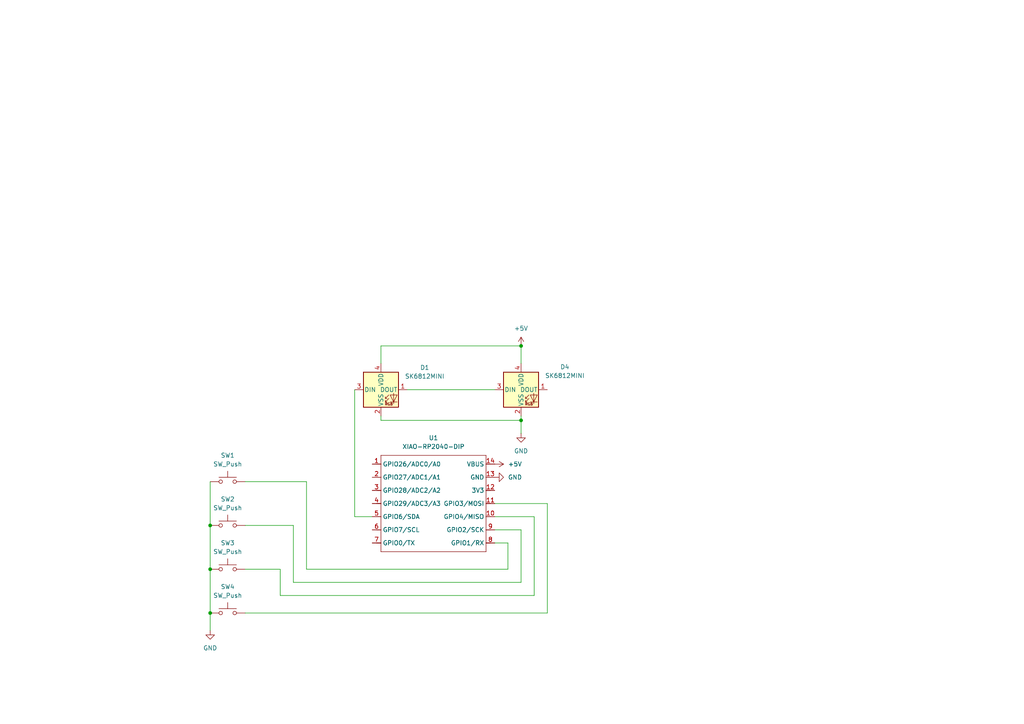
<source format=kicad_sch>
(kicad_sch
	(version 20250114)
	(generator "eeschema")
	(generator_version "9.0")
	(uuid "55c546c4-b49c-49e6-a82b-83b5f5b6be00")
	(paper "A4")
	(lib_symbols
		(symbol "LED:SK6812MINI"
			(pin_names
				(offset 0.254)
			)
			(exclude_from_sim no)
			(in_bom yes)
			(on_board yes)
			(property "Reference" "D"
				(at 5.08 5.715 0)
				(effects
					(font
						(size 1.27 1.27)
					)
					(justify right bottom)
				)
			)
			(property "Value" "SK6812MINI"
				(at 1.27 -5.715 0)
				(effects
					(font
						(size 1.27 1.27)
					)
					(justify left top)
				)
			)
			(property "Footprint" "LED_SMD:LED_SK6812MINI_PLCC4_3.5x3.5mm_P1.75mm"
				(at 1.27 -7.62 0)
				(effects
					(font
						(size 1.27 1.27)
					)
					(justify left top)
					(hide yes)
				)
			)
			(property "Datasheet" "https://cdn-shop.adafruit.com/product-files/2686/SK6812MINI_REV.01-1-2.pdf"
				(at 2.54 -9.525 0)
				(effects
					(font
						(size 1.27 1.27)
					)
					(justify left top)
					(hide yes)
				)
			)
			(property "Description" "RGB LED with integrated controller"
				(at 0 0 0)
				(effects
					(font
						(size 1.27 1.27)
					)
					(hide yes)
				)
			)
			(property "ki_keywords" "RGB LED NeoPixel Mini addressable"
				(at 0 0 0)
				(effects
					(font
						(size 1.27 1.27)
					)
					(hide yes)
				)
			)
			(property "ki_fp_filters" "LED*SK6812MINI*PLCC*3.5x3.5mm*P1.75mm*"
				(at 0 0 0)
				(effects
					(font
						(size 1.27 1.27)
					)
					(hide yes)
				)
			)
			(symbol "SK6812MINI_0_0"
				(text "RGB"
					(at 2.286 -4.191 0)
					(effects
						(font
							(size 0.762 0.762)
						)
					)
				)
			)
			(symbol "SK6812MINI_0_1"
				(polyline
					(pts
						(xy 1.27 -2.54) (xy 1.778 -2.54)
					)
					(stroke
						(width 0)
						(type default)
					)
					(fill
						(type none)
					)
				)
				(polyline
					(pts
						(xy 1.27 -3.556) (xy 1.778 -3.556)
					)
					(stroke
						(width 0)
						(type default)
					)
					(fill
						(type none)
					)
				)
				(polyline
					(pts
						(xy 2.286 -1.524) (xy 1.27 -2.54) (xy 1.27 -2.032)
					)
					(stroke
						(width 0)
						(type default)
					)
					(fill
						(type none)
					)
				)
				(polyline
					(pts
						(xy 2.286 -2.54) (xy 1.27 -3.556) (xy 1.27 -3.048)
					)
					(stroke
						(width 0)
						(type default)
					)
					(fill
						(type none)
					)
				)
				(polyline
					(pts
						(xy 3.683 -1.016) (xy 3.683 -3.556) (xy 3.683 -4.064)
					)
					(stroke
						(width 0)
						(type default)
					)
					(fill
						(type none)
					)
				)
				(polyline
					(pts
						(xy 4.699 -1.524) (xy 2.667 -1.524) (xy 3.683 -3.556) (xy 4.699 -1.524)
					)
					(stroke
						(width 0)
						(type default)
					)
					(fill
						(type none)
					)
				)
				(polyline
					(pts
						(xy 4.699 -3.556) (xy 2.667 -3.556)
					)
					(stroke
						(width 0)
						(type default)
					)
					(fill
						(type none)
					)
				)
				(rectangle
					(start 5.08 5.08)
					(end -5.08 -5.08)
					(stroke
						(width 0.254)
						(type default)
					)
					(fill
						(type background)
					)
				)
			)
			(symbol "SK6812MINI_1_1"
				(pin input line
					(at -7.62 0 0)
					(length 2.54)
					(name "DIN"
						(effects
							(font
								(size 1.27 1.27)
							)
						)
					)
					(number "3"
						(effects
							(font
								(size 1.27 1.27)
							)
						)
					)
				)
				(pin power_in line
					(at 0 7.62 270)
					(length 2.54)
					(name "VDD"
						(effects
							(font
								(size 1.27 1.27)
							)
						)
					)
					(number "4"
						(effects
							(font
								(size 1.27 1.27)
							)
						)
					)
				)
				(pin power_in line
					(at 0 -7.62 90)
					(length 2.54)
					(name "VSS"
						(effects
							(font
								(size 1.27 1.27)
							)
						)
					)
					(number "2"
						(effects
							(font
								(size 1.27 1.27)
							)
						)
					)
				)
				(pin output line
					(at 7.62 0 180)
					(length 2.54)
					(name "DOUT"
						(effects
							(font
								(size 1.27 1.27)
							)
						)
					)
					(number "1"
						(effects
							(font
								(size 1.27 1.27)
							)
						)
					)
				)
			)
			(embedded_fonts no)
		)
		(symbol "OPL Library Symbols:XIAO-RP2040-DIP"
			(exclude_from_sim no)
			(in_bom yes)
			(on_board yes)
			(property "Reference" "U"
				(at 0 0 0)
				(effects
					(font
						(size 1.27 1.27)
					)
				)
			)
			(property "Value" "XIAO-RP2040-DIP"
				(at 5.334 -1.778 0)
				(effects
					(font
						(size 1.27 1.27)
					)
				)
			)
			(property "Footprint" "Module:MOUDLE14P-XIAO-DIP-SMD"
				(at 14.478 -32.258 0)
				(effects
					(font
						(size 1.27 1.27)
					)
					(hide yes)
				)
			)
			(property "Datasheet" ""
				(at 0 0 0)
				(effects
					(font
						(size 1.27 1.27)
					)
					(hide yes)
				)
			)
			(property "Description" ""
				(at 0 0 0)
				(effects
					(font
						(size 1.27 1.27)
					)
					(hide yes)
				)
			)
			(symbol "XIAO-RP2040-DIP_1_0"
				(polyline
					(pts
						(xy -1.27 -2.54) (xy 29.21 -2.54)
					)
					(stroke
						(width 0.1524)
						(type solid)
					)
					(fill
						(type none)
					)
				)
				(polyline
					(pts
						(xy -1.27 -5.08) (xy -2.54 -5.08)
					)
					(stroke
						(width 0.1524)
						(type solid)
					)
					(fill
						(type none)
					)
				)
				(polyline
					(pts
						(xy -1.27 -5.08) (xy -1.27 -2.54)
					)
					(stroke
						(width 0.1524)
						(type solid)
					)
					(fill
						(type none)
					)
				)
				(polyline
					(pts
						(xy -1.27 -8.89) (xy -2.54 -8.89)
					)
					(stroke
						(width 0.1524)
						(type solid)
					)
					(fill
						(type none)
					)
				)
				(polyline
					(pts
						(xy -1.27 -8.89) (xy -1.27 -5.08)
					)
					(stroke
						(width 0.1524)
						(type solid)
					)
					(fill
						(type none)
					)
				)
				(polyline
					(pts
						(xy -1.27 -12.7) (xy -2.54 -12.7)
					)
					(stroke
						(width 0.1524)
						(type solid)
					)
					(fill
						(type none)
					)
				)
				(polyline
					(pts
						(xy -1.27 -12.7) (xy -1.27 -8.89)
					)
					(stroke
						(width 0.1524)
						(type solid)
					)
					(fill
						(type none)
					)
				)
				(polyline
					(pts
						(xy -1.27 -16.51) (xy -2.54 -16.51)
					)
					(stroke
						(width 0.1524)
						(type solid)
					)
					(fill
						(type none)
					)
				)
				(polyline
					(pts
						(xy -1.27 -16.51) (xy -1.27 -12.7)
					)
					(stroke
						(width 0.1524)
						(type solid)
					)
					(fill
						(type none)
					)
				)
				(polyline
					(pts
						(xy -1.27 -20.32) (xy -2.54 -20.32)
					)
					(stroke
						(width 0.1524)
						(type solid)
					)
					(fill
						(type none)
					)
				)
				(polyline
					(pts
						(xy -1.27 -24.13) (xy -2.54 -24.13)
					)
					(stroke
						(width 0.1524)
						(type solid)
					)
					(fill
						(type none)
					)
				)
				(polyline
					(pts
						(xy -1.27 -27.94) (xy -2.54 -27.94)
					)
					(stroke
						(width 0.1524)
						(type solid)
					)
					(fill
						(type none)
					)
				)
				(polyline
					(pts
						(xy -1.27 -30.48) (xy -1.27 -16.51)
					)
					(stroke
						(width 0.1524)
						(type solid)
					)
					(fill
						(type none)
					)
				)
				(polyline
					(pts
						(xy 29.21 -2.54) (xy 29.21 -5.08)
					)
					(stroke
						(width 0.1524)
						(type solid)
					)
					(fill
						(type none)
					)
				)
				(polyline
					(pts
						(xy 29.21 -5.08) (xy 29.21 -8.89)
					)
					(stroke
						(width 0.1524)
						(type solid)
					)
					(fill
						(type none)
					)
				)
				(polyline
					(pts
						(xy 29.21 -8.89) (xy 29.21 -12.7)
					)
					(stroke
						(width 0.1524)
						(type solid)
					)
					(fill
						(type none)
					)
				)
				(polyline
					(pts
						(xy 29.21 -12.7) (xy 29.21 -30.48)
					)
					(stroke
						(width 0.1524)
						(type solid)
					)
					(fill
						(type none)
					)
				)
				(polyline
					(pts
						(xy 29.21 -30.48) (xy -1.27 -30.48)
					)
					(stroke
						(width 0.1524)
						(type solid)
					)
					(fill
						(type none)
					)
				)
				(polyline
					(pts
						(xy 30.48 -5.08) (xy 29.21 -5.08)
					)
					(stroke
						(width 0.1524)
						(type solid)
					)
					(fill
						(type none)
					)
				)
				(polyline
					(pts
						(xy 30.48 -8.89) (xy 29.21 -8.89)
					)
					(stroke
						(width 0.1524)
						(type solid)
					)
					(fill
						(type none)
					)
				)
				(polyline
					(pts
						(xy 30.48 -12.7) (xy 29.21 -12.7)
					)
					(stroke
						(width 0.1524)
						(type solid)
					)
					(fill
						(type none)
					)
				)
				(polyline
					(pts
						(xy 30.48 -16.51) (xy 29.21 -16.51)
					)
					(stroke
						(width 0.1524)
						(type solid)
					)
					(fill
						(type none)
					)
				)
				(polyline
					(pts
						(xy 30.48 -20.32) (xy 29.21 -20.32)
					)
					(stroke
						(width 0.1524)
						(type solid)
					)
					(fill
						(type none)
					)
				)
				(polyline
					(pts
						(xy 30.48 -24.13) (xy 29.21 -24.13)
					)
					(stroke
						(width 0.1524)
						(type solid)
					)
					(fill
						(type none)
					)
				)
				(polyline
					(pts
						(xy 30.48 -27.94) (xy 29.21 -27.94)
					)
					(stroke
						(width 0.1524)
						(type solid)
					)
					(fill
						(type none)
					)
				)
				(pin passive line
					(at -3.81 -5.08 0)
					(length 2.54)
					(name "GPIO26/ADC0/A0"
						(effects
							(font
								(size 1.27 1.27)
							)
						)
					)
					(number "1"
						(effects
							(font
								(size 1.27 1.27)
							)
						)
					)
				)
				(pin passive line
					(at -3.81 -8.89 0)
					(length 2.54)
					(name "GPIO27/ADC1/A1"
						(effects
							(font
								(size 1.27 1.27)
							)
						)
					)
					(number "2"
						(effects
							(font
								(size 1.27 1.27)
							)
						)
					)
				)
				(pin passive line
					(at -3.81 -12.7 0)
					(length 2.54)
					(name "GPIO28/ADC2/A2"
						(effects
							(font
								(size 1.27 1.27)
							)
						)
					)
					(number "3"
						(effects
							(font
								(size 1.27 1.27)
							)
						)
					)
				)
				(pin passive line
					(at -3.81 -16.51 0)
					(length 2.54)
					(name "GPIO29/ADC3/A3"
						(effects
							(font
								(size 1.27 1.27)
							)
						)
					)
					(number "4"
						(effects
							(font
								(size 1.27 1.27)
							)
						)
					)
				)
				(pin passive line
					(at -3.81 -20.32 0)
					(length 2.54)
					(name "GPIO6/SDA"
						(effects
							(font
								(size 1.27 1.27)
							)
						)
					)
					(number "5"
						(effects
							(font
								(size 1.27 1.27)
							)
						)
					)
				)
				(pin passive line
					(at -3.81 -24.13 0)
					(length 2.54)
					(name "GPIO7/SCL"
						(effects
							(font
								(size 1.27 1.27)
							)
						)
					)
					(number "6"
						(effects
							(font
								(size 1.27 1.27)
							)
						)
					)
				)
				(pin passive line
					(at -3.81 -27.94 0)
					(length 2.54)
					(name "GPIO0/TX"
						(effects
							(font
								(size 1.27 1.27)
							)
						)
					)
					(number "7"
						(effects
							(font
								(size 1.27 1.27)
							)
						)
					)
				)
				(pin passive line
					(at 31.75 -5.08 180)
					(length 2.54)
					(name "VBUS"
						(effects
							(font
								(size 1.27 1.27)
							)
						)
					)
					(number "14"
						(effects
							(font
								(size 1.27 1.27)
							)
						)
					)
				)
				(pin passive line
					(at 31.75 -8.89 180)
					(length 2.54)
					(name "GND"
						(effects
							(font
								(size 1.27 1.27)
							)
						)
					)
					(number "13"
						(effects
							(font
								(size 1.27 1.27)
							)
						)
					)
				)
				(pin passive line
					(at 31.75 -12.7 180)
					(length 2.54)
					(name "3V3"
						(effects
							(font
								(size 1.27 1.27)
							)
						)
					)
					(number "12"
						(effects
							(font
								(size 1.27 1.27)
							)
						)
					)
				)
				(pin passive line
					(at 31.75 -16.51 180)
					(length 2.54)
					(name "GPIO3/MOSI"
						(effects
							(font
								(size 1.27 1.27)
							)
						)
					)
					(number "11"
						(effects
							(font
								(size 1.27 1.27)
							)
						)
					)
				)
				(pin passive line
					(at 31.75 -20.32 180)
					(length 2.54)
					(name "GPIO4/MISO"
						(effects
							(font
								(size 1.27 1.27)
							)
						)
					)
					(number "10"
						(effects
							(font
								(size 1.27 1.27)
							)
						)
					)
				)
				(pin passive line
					(at 31.75 -24.13 180)
					(length 2.54)
					(name "GPIO2/SCK"
						(effects
							(font
								(size 1.27 1.27)
							)
						)
					)
					(number "9"
						(effects
							(font
								(size 1.27 1.27)
							)
						)
					)
				)
				(pin passive line
					(at 31.75 -27.94 180)
					(length 2.54)
					(name "GPIO1/RX"
						(effects
							(font
								(size 1.27 1.27)
							)
						)
					)
					(number "8"
						(effects
							(font
								(size 1.27 1.27)
							)
						)
					)
				)
			)
			(embedded_fonts no)
		)
		(symbol "Switch:SW_Push"
			(pin_numbers
				(hide yes)
			)
			(pin_names
				(offset 1.016)
				(hide yes)
			)
			(exclude_from_sim no)
			(in_bom yes)
			(on_board yes)
			(property "Reference" "SW"
				(at 1.27 2.54 0)
				(effects
					(font
						(size 1.27 1.27)
					)
					(justify left)
				)
			)
			(property "Value" "SW_Push"
				(at 0 -1.524 0)
				(effects
					(font
						(size 1.27 1.27)
					)
				)
			)
			(property "Footprint" ""
				(at 0 5.08 0)
				(effects
					(font
						(size 1.27 1.27)
					)
					(hide yes)
				)
			)
			(property "Datasheet" "~"
				(at 0 5.08 0)
				(effects
					(font
						(size 1.27 1.27)
					)
					(hide yes)
				)
			)
			(property "Description" "Push button switch, generic, two pins"
				(at 0 0 0)
				(effects
					(font
						(size 1.27 1.27)
					)
					(hide yes)
				)
			)
			(property "ki_keywords" "switch normally-open pushbutton push-button"
				(at 0 0 0)
				(effects
					(font
						(size 1.27 1.27)
					)
					(hide yes)
				)
			)
			(symbol "SW_Push_0_1"
				(circle
					(center -2.032 0)
					(radius 0.508)
					(stroke
						(width 0)
						(type default)
					)
					(fill
						(type none)
					)
				)
				(polyline
					(pts
						(xy 0 1.27) (xy 0 3.048)
					)
					(stroke
						(width 0)
						(type default)
					)
					(fill
						(type none)
					)
				)
				(circle
					(center 2.032 0)
					(radius 0.508)
					(stroke
						(width 0)
						(type default)
					)
					(fill
						(type none)
					)
				)
				(polyline
					(pts
						(xy 2.54 1.27) (xy -2.54 1.27)
					)
					(stroke
						(width 0)
						(type default)
					)
					(fill
						(type none)
					)
				)
				(pin passive line
					(at -5.08 0 0)
					(length 2.54)
					(name "1"
						(effects
							(font
								(size 1.27 1.27)
							)
						)
					)
					(number "1"
						(effects
							(font
								(size 1.27 1.27)
							)
						)
					)
				)
				(pin passive line
					(at 5.08 0 180)
					(length 2.54)
					(name "2"
						(effects
							(font
								(size 1.27 1.27)
							)
						)
					)
					(number "2"
						(effects
							(font
								(size 1.27 1.27)
							)
						)
					)
				)
			)
			(embedded_fonts no)
		)
		(symbol "power:+5V"
			(power)
			(pin_numbers
				(hide yes)
			)
			(pin_names
				(offset 0)
				(hide yes)
			)
			(exclude_from_sim no)
			(in_bom yes)
			(on_board yes)
			(property "Reference" "#PWR"
				(at 0 -3.81 0)
				(effects
					(font
						(size 1.27 1.27)
					)
					(hide yes)
				)
			)
			(property "Value" "+5V"
				(at 0 3.556 0)
				(effects
					(font
						(size 1.27 1.27)
					)
				)
			)
			(property "Footprint" ""
				(at 0 0 0)
				(effects
					(font
						(size 1.27 1.27)
					)
					(hide yes)
				)
			)
			(property "Datasheet" ""
				(at 0 0 0)
				(effects
					(font
						(size 1.27 1.27)
					)
					(hide yes)
				)
			)
			(property "Description" "Power symbol creates a global label with name \"+5V\""
				(at 0 0 0)
				(effects
					(font
						(size 1.27 1.27)
					)
					(hide yes)
				)
			)
			(property "ki_keywords" "global power"
				(at 0 0 0)
				(effects
					(font
						(size 1.27 1.27)
					)
					(hide yes)
				)
			)
			(symbol "+5V_0_1"
				(polyline
					(pts
						(xy -0.762 1.27) (xy 0 2.54)
					)
					(stroke
						(width 0)
						(type default)
					)
					(fill
						(type none)
					)
				)
				(polyline
					(pts
						(xy 0 2.54) (xy 0.762 1.27)
					)
					(stroke
						(width 0)
						(type default)
					)
					(fill
						(type none)
					)
				)
				(polyline
					(pts
						(xy 0 0) (xy 0 2.54)
					)
					(stroke
						(width 0)
						(type default)
					)
					(fill
						(type none)
					)
				)
			)
			(symbol "+5V_1_1"
				(pin power_in line
					(at 0 0 90)
					(length 0)
					(name "~"
						(effects
							(font
								(size 1.27 1.27)
							)
						)
					)
					(number "1"
						(effects
							(font
								(size 1.27 1.27)
							)
						)
					)
				)
			)
			(embedded_fonts no)
		)
		(symbol "power:GND"
			(power)
			(pin_numbers
				(hide yes)
			)
			(pin_names
				(offset 0)
				(hide yes)
			)
			(exclude_from_sim no)
			(in_bom yes)
			(on_board yes)
			(property "Reference" "#PWR"
				(at 0 -6.35 0)
				(effects
					(font
						(size 1.27 1.27)
					)
					(hide yes)
				)
			)
			(property "Value" "GND"
				(at 0 -3.81 0)
				(effects
					(font
						(size 1.27 1.27)
					)
				)
			)
			(property "Footprint" ""
				(at 0 0 0)
				(effects
					(font
						(size 1.27 1.27)
					)
					(hide yes)
				)
			)
			(property "Datasheet" ""
				(at 0 0 0)
				(effects
					(font
						(size 1.27 1.27)
					)
					(hide yes)
				)
			)
			(property "Description" "Power symbol creates a global label with name \"GND\" , ground"
				(at 0 0 0)
				(effects
					(font
						(size 1.27 1.27)
					)
					(hide yes)
				)
			)
			(property "ki_keywords" "global power"
				(at 0 0 0)
				(effects
					(font
						(size 1.27 1.27)
					)
					(hide yes)
				)
			)
			(symbol "GND_0_1"
				(polyline
					(pts
						(xy 0 0) (xy 0 -1.27) (xy 1.27 -1.27) (xy 0 -2.54) (xy -1.27 -1.27) (xy 0 -1.27)
					)
					(stroke
						(width 0)
						(type default)
					)
					(fill
						(type none)
					)
				)
			)
			(symbol "GND_1_1"
				(pin power_in line
					(at 0 0 270)
					(length 0)
					(name "~"
						(effects
							(font
								(size 1.27 1.27)
							)
						)
					)
					(number "1"
						(effects
							(font
								(size 1.27 1.27)
							)
						)
					)
				)
			)
			(embedded_fonts no)
		)
	)
	(junction
		(at 60.96 177.8)
		(diameter 0)
		(color 0 0 0 0)
		(uuid "028a4833-5dcb-44e2-ba11-227e539c08f3")
	)
	(junction
		(at 60.96 152.4)
		(diameter 0)
		(color 0 0 0 0)
		(uuid "24e8fd3e-04a2-41d8-95a8-b595413edfca")
	)
	(junction
		(at 151.13 100.33)
		(diameter 0)
		(color 0 0 0 0)
		(uuid "84daba2f-10b1-41bc-8009-d550cb255173")
	)
	(junction
		(at 151.13 121.92)
		(diameter 0)
		(color 0 0 0 0)
		(uuid "9154a586-b297-4294-b81d-47a5de28d9b1")
	)
	(junction
		(at 60.96 165.1)
		(diameter 0)
		(color 0 0 0 0)
		(uuid "bdcd47b6-1633-4ec5-9595-3646a51459f0")
	)
	(wire
		(pts
			(xy 71.12 139.7) (xy 88.9 139.7)
		)
		(stroke
			(width 0)
			(type default)
		)
		(uuid "00248636-0bab-4596-9b44-9ea3fd99b2dd")
	)
	(wire
		(pts
			(xy 110.49 120.65) (xy 110.49 121.92)
		)
		(stroke
			(width 0)
			(type default)
		)
		(uuid "03832134-df6f-4393-927f-16a8e88eaa10")
	)
	(wire
		(pts
			(xy 151.13 168.91) (xy 151.13 153.67)
		)
		(stroke
			(width 0)
			(type default)
		)
		(uuid "089fb9e4-5ea9-4958-81ea-d31dec4f8f6c")
	)
	(wire
		(pts
			(xy 81.28 165.1) (xy 81.28 172.72)
		)
		(stroke
			(width 0)
			(type default)
		)
		(uuid "1fe25313-033f-4fa6-9bc4-893897576200")
	)
	(wire
		(pts
			(xy 60.96 152.4) (xy 60.96 165.1)
		)
		(stroke
			(width 0)
			(type default)
		)
		(uuid "22764e6e-045d-428e-b82d-6ec45b40ba7c")
	)
	(wire
		(pts
			(xy 88.9 165.1) (xy 147.32 165.1)
		)
		(stroke
			(width 0)
			(type default)
		)
		(uuid "2847a552-8bc2-42d0-b273-d1226024f110")
	)
	(wire
		(pts
			(xy 60.96 177.8) (xy 60.96 182.88)
		)
		(stroke
			(width 0)
			(type default)
		)
		(uuid "2b12ef18-3089-4dd6-9c57-04e4f80481b2")
	)
	(wire
		(pts
			(xy 71.12 165.1) (xy 81.28 165.1)
		)
		(stroke
			(width 0)
			(type default)
		)
		(uuid "2b5c7730-6cfc-45ba-94a7-078eb0e9877f")
	)
	(wire
		(pts
			(xy 154.94 172.72) (xy 154.94 149.86)
		)
		(stroke
			(width 0)
			(type default)
		)
		(uuid "338a200f-d78e-4c98-bc7d-9f849505bdcd")
	)
	(wire
		(pts
			(xy 71.12 177.8) (xy 158.75 177.8)
		)
		(stroke
			(width 0)
			(type default)
		)
		(uuid "34d1c56a-3e30-4772-a723-2d5aad1b0d93")
	)
	(wire
		(pts
			(xy 88.9 139.7) (xy 88.9 165.1)
		)
		(stroke
			(width 0)
			(type default)
		)
		(uuid "37e4c3b7-cf44-4554-a252-0acd34a1375e")
	)
	(wire
		(pts
			(xy 143.51 157.48) (xy 147.32 157.48)
		)
		(stroke
			(width 0)
			(type default)
		)
		(uuid "4173c071-0604-433d-8457-0396a39ec7e9")
	)
	(wire
		(pts
			(xy 158.75 177.8) (xy 158.75 146.05)
		)
		(stroke
			(width 0)
			(type default)
		)
		(uuid "47bea15f-723d-4ec0-b93d-2808a498a297")
	)
	(wire
		(pts
			(xy 110.49 121.92) (xy 151.13 121.92)
		)
		(stroke
			(width 0)
			(type default)
		)
		(uuid "5fdf5b78-08a3-4718-92c5-aa957e139bd4")
	)
	(wire
		(pts
			(xy 110.49 100.33) (xy 151.13 100.33)
		)
		(stroke
			(width 0)
			(type default)
		)
		(uuid "60d52a21-3040-4f47-af7e-5fd8e25830b4")
	)
	(wire
		(pts
			(xy 151.13 121.92) (xy 151.13 125.73)
		)
		(stroke
			(width 0)
			(type default)
		)
		(uuid "63c8e815-a2a8-44d2-be7f-99475dac27b8")
	)
	(wire
		(pts
			(xy 71.12 152.4) (xy 85.09 152.4)
		)
		(stroke
			(width 0)
			(type default)
		)
		(uuid "665272b4-065a-447b-afb5-2d561a80aedf")
	)
	(wire
		(pts
			(xy 110.49 105.41) (xy 110.49 100.33)
		)
		(stroke
			(width 0)
			(type default)
		)
		(uuid "7235d7dd-61c4-4b7c-891f-d8667092b8f1")
	)
	(wire
		(pts
			(xy 81.28 172.72) (xy 154.94 172.72)
		)
		(stroke
			(width 0)
			(type default)
		)
		(uuid "7a26298c-d893-4c6a-b1cb-683738e163f9")
	)
	(wire
		(pts
			(xy 102.87 113.03) (xy 102.87 149.86)
		)
		(stroke
			(width 0)
			(type default)
		)
		(uuid "7c602228-e1c4-40e4-a540-39a4024699b9")
	)
	(wire
		(pts
			(xy 60.96 139.7) (xy 60.96 152.4)
		)
		(stroke
			(width 0)
			(type default)
		)
		(uuid "80bde0fe-2b29-4fc7-af42-940faadc3379")
	)
	(wire
		(pts
			(xy 143.51 153.67) (xy 151.13 153.67)
		)
		(stroke
			(width 0)
			(type default)
		)
		(uuid "8c74fd18-335a-4910-9725-a0f63e9238be")
	)
	(wire
		(pts
			(xy 60.96 165.1) (xy 60.96 177.8)
		)
		(stroke
			(width 0)
			(type default)
		)
		(uuid "92368a74-3a65-49ba-a3d6-7a2a584a3b90")
	)
	(wire
		(pts
			(xy 143.51 149.86) (xy 154.94 149.86)
		)
		(stroke
			(width 0)
			(type default)
		)
		(uuid "92e74aab-5037-4a6f-b438-ebf418feb418")
	)
	(wire
		(pts
			(xy 102.87 149.86) (xy 107.95 149.86)
		)
		(stroke
			(width 0)
			(type default)
		)
		(uuid "9c580f0f-ec9e-40b0-a01d-a89b4e34967c")
	)
	(wire
		(pts
			(xy 151.13 120.65) (xy 151.13 121.92)
		)
		(stroke
			(width 0)
			(type default)
		)
		(uuid "a34de815-dafd-4935-b9ca-211a1cd14e0a")
	)
	(wire
		(pts
			(xy 118.11 113.03) (xy 143.51 113.03)
		)
		(stroke
			(width 0)
			(type default)
		)
		(uuid "b523f921-fab2-4420-8297-003d798643bc")
	)
	(wire
		(pts
			(xy 85.09 152.4) (xy 85.09 168.91)
		)
		(stroke
			(width 0)
			(type default)
		)
		(uuid "be247740-883d-4a61-b8b2-3ad04023c44b")
	)
	(wire
		(pts
			(xy 143.51 146.05) (xy 158.75 146.05)
		)
		(stroke
			(width 0)
			(type default)
		)
		(uuid "ce661e9e-ddcf-46ed-bb40-06b71d5d2c62")
	)
	(wire
		(pts
			(xy 147.32 165.1) (xy 147.32 157.48)
		)
		(stroke
			(width 0)
			(type default)
		)
		(uuid "dd4329c2-c14d-4e0a-b060-9dba59ef66da")
	)
	(wire
		(pts
			(xy 85.09 168.91) (xy 151.13 168.91)
		)
		(stroke
			(width 0)
			(type default)
		)
		(uuid "f24e9708-5990-4dd8-8019-b8de18801004")
	)
	(wire
		(pts
			(xy 151.13 100.33) (xy 151.13 105.41)
		)
		(stroke
			(width 0)
			(type default)
		)
		(uuid "f7fc6946-a4a6-4cff-9e40-7837ae57a0a1")
	)
	(symbol
		(lib_id "power:GND")
		(at 60.96 182.88 0)
		(unit 1)
		(exclude_from_sim no)
		(in_bom yes)
		(on_board yes)
		(dnp no)
		(fields_autoplaced yes)
		(uuid "0312b611-cc76-487f-abc8-1870a9ed3129")
		(property "Reference" "#PWR01"
			(at 60.96 189.23 0)
			(effects
				(font
					(size 1.27 1.27)
				)
				(hide yes)
			)
		)
		(property "Value" "GND"
			(at 60.96 187.96 0)
			(effects
				(font
					(size 1.27 1.27)
				)
			)
		)
		(property "Footprint" ""
			(at 60.96 182.88 0)
			(effects
				(font
					(size 1.27 1.27)
				)
				(hide yes)
			)
		)
		(property "Datasheet" ""
			(at 60.96 182.88 0)
			(effects
				(font
					(size 1.27 1.27)
				)
				(hide yes)
			)
		)
		(property "Description" "Power symbol creates a global label with name \"GND\" , ground"
			(at 60.96 182.88 0)
			(effects
				(font
					(size 1.27 1.27)
				)
				(hide yes)
			)
		)
		(pin "1"
			(uuid "2f51d7ff-c17a-45af-b744-cc10d6889e4f")
		)
		(instances
			(project ""
				(path "/55c546c4-b49c-49e6-a82b-83b5f5b6be00"
					(reference "#PWR01")
					(unit 1)
				)
			)
		)
	)
	(symbol
		(lib_id "Switch:SW_Push")
		(at 66.04 139.7 0)
		(unit 1)
		(exclude_from_sim no)
		(in_bom yes)
		(on_board yes)
		(dnp no)
		(fields_autoplaced yes)
		(uuid "03eeb3e7-1c22-4b3f-8b2e-cd57eae66838")
		(property "Reference" "SW1"
			(at 66.04 132.08 0)
			(effects
				(font
					(size 1.27 1.27)
				)
			)
		)
		(property "Value" "SW_Push"
			(at 66.04 134.62 0)
			(effects
				(font
					(size 1.27 1.27)
				)
			)
		)
		(property "Footprint" "Button_Switch_Keyboard:SW_Cherry_MX_1.00u_PCB"
			(at 66.04 134.62 0)
			(effects
				(font
					(size 1.27 1.27)
				)
				(hide yes)
			)
		)
		(property "Datasheet" "~"
			(at 66.04 134.62 0)
			(effects
				(font
					(size 1.27 1.27)
				)
				(hide yes)
			)
		)
		(property "Description" "Push button switch, generic, two pins"
			(at 66.04 139.7 0)
			(effects
				(font
					(size 1.27 1.27)
				)
				(hide yes)
			)
		)
		(pin "2"
			(uuid "45957ee0-c727-4f23-a74f-5c729e39b399")
		)
		(pin "1"
			(uuid "811e336e-82fb-4cc4-8053-31a4bb87f895")
		)
		(instances
			(project ""
				(path "/55c546c4-b49c-49e6-a82b-83b5f5b6be00"
					(reference "SW1")
					(unit 1)
				)
			)
		)
	)
	(symbol
		(lib_id "power:+5V")
		(at 151.13 100.33 0)
		(unit 1)
		(exclude_from_sim no)
		(in_bom yes)
		(on_board yes)
		(dnp no)
		(fields_autoplaced yes)
		(uuid "09b2c3a0-17f3-4508-af58-0f1216a080e3")
		(property "Reference" "#PWR05"
			(at 151.13 104.14 0)
			(effects
				(font
					(size 1.27 1.27)
				)
				(hide yes)
			)
		)
		(property "Value" "+5V"
			(at 151.13 95.25 0)
			(effects
				(font
					(size 1.27 1.27)
				)
			)
		)
		(property "Footprint" ""
			(at 151.13 100.33 0)
			(effects
				(font
					(size 1.27 1.27)
				)
				(hide yes)
			)
		)
		(property "Datasheet" ""
			(at 151.13 100.33 0)
			(effects
				(font
					(size 1.27 1.27)
				)
				(hide yes)
			)
		)
		(property "Description" "Power symbol creates a global label with name \"+5V\""
			(at 151.13 100.33 0)
			(effects
				(font
					(size 1.27 1.27)
				)
				(hide yes)
			)
		)
		(pin "1"
			(uuid "004a3a48-b922-41de-a028-06dfbef17026")
		)
		(instances
			(project ""
				(path "/55c546c4-b49c-49e6-a82b-83b5f5b6be00"
					(reference "#PWR05")
					(unit 1)
				)
			)
		)
	)
	(symbol
		(lib_id "OPL Library Symbols:XIAO-RP2040-DIP")
		(at 111.76 129.54 0)
		(unit 1)
		(exclude_from_sim no)
		(in_bom yes)
		(on_board yes)
		(dnp no)
		(fields_autoplaced yes)
		(uuid "2214d769-9484-41d0-bdbc-14e938b9dc75")
		(property "Reference" "U1"
			(at 125.73 127 0)
			(effects
				(font
					(size 1.27 1.27)
				)
			)
		)
		(property "Value" "XIAO-RP2040-DIP"
			(at 125.73 129.54 0)
			(effects
				(font
					(size 1.27 1.27)
				)
			)
		)
		(property "Footprint" "OPL library:XIAO-RP2040-DIP"
			(at 126.238 161.798 0)
			(effects
				(font
					(size 1.27 1.27)
				)
				(hide yes)
			)
		)
		(property "Datasheet" ""
			(at 111.76 129.54 0)
			(effects
				(font
					(size 1.27 1.27)
				)
				(hide yes)
			)
		)
		(property "Description" ""
			(at 111.76 129.54 0)
			(effects
				(font
					(size 1.27 1.27)
				)
				(hide yes)
			)
		)
		(pin "13"
			(uuid "45447388-cfb6-4148-9c48-866c7b365864")
		)
		(pin "7"
			(uuid "2b911e93-0a72-4594-be5d-bb0dc4028ab2")
		)
		(pin "1"
			(uuid "687dbf95-9bd7-4a2e-8455-9920146cf835")
		)
		(pin "4"
			(uuid "fa59501a-abc6-4f96-8fca-ae539ae04285")
		)
		(pin "6"
			(uuid "8dd1eca7-9299-466c-8f10-fc58da9b7e92")
		)
		(pin "12"
			(uuid "033f1917-f6bc-4995-894f-68d185fe38b4")
		)
		(pin "10"
			(uuid "c912801a-b64b-4b79-82d1-f67e1e8ef8b9")
		)
		(pin "2"
			(uuid "4d5bb3c9-4eac-49ba-b9a6-87d46c250e35")
		)
		(pin "3"
			(uuid "438e8a2c-b3ad-4f03-ae0b-e03db02a3165")
		)
		(pin "5"
			(uuid "9b3d90de-44e5-4d02-8910-d12ae60677ba")
		)
		(pin "14"
			(uuid "5e71b068-b66a-48b1-9d6a-99a48dee7e27")
		)
		(pin "11"
			(uuid "1635202c-9027-4bc1-9d8d-f5e235fa2e79")
		)
		(pin "9"
			(uuid "aca0bf8f-0408-45ee-8140-666eaceb483c")
		)
		(pin "8"
			(uuid "b753dbb2-177a-4d49-aa80-80e02adaee90")
		)
		(instances
			(project ""
				(path "/55c546c4-b49c-49e6-a82b-83b5f5b6be00"
					(reference "U1")
					(unit 1)
				)
			)
		)
	)
	(symbol
		(lib_id "Switch:SW_Push")
		(at 66.04 165.1 0)
		(unit 1)
		(exclude_from_sim no)
		(in_bom yes)
		(on_board yes)
		(dnp no)
		(fields_autoplaced yes)
		(uuid "6809f622-8d54-4190-a010-03f68645d548")
		(property "Reference" "SW3"
			(at 66.04 157.48 0)
			(effects
				(font
					(size 1.27 1.27)
				)
			)
		)
		(property "Value" "SW_Push"
			(at 66.04 160.02 0)
			(effects
				(font
					(size 1.27 1.27)
				)
			)
		)
		(property "Footprint" "Button_Switch_Keyboard:SW_Cherry_MX_1.00u_PCB"
			(at 66.04 160.02 0)
			(effects
				(font
					(size 1.27 1.27)
				)
				(hide yes)
			)
		)
		(property "Datasheet" "~"
			(at 66.04 160.02 0)
			(effects
				(font
					(size 1.27 1.27)
				)
				(hide yes)
			)
		)
		(property "Description" "Push button switch, generic, two pins"
			(at 66.04 165.1 0)
			(effects
				(font
					(size 1.27 1.27)
				)
				(hide yes)
			)
		)
		(pin "2"
			(uuid "8a1bca3f-9206-41ee-9668-dc67fc43553a")
		)
		(pin "1"
			(uuid "516b748b-8fa8-4d05-b27a-7f8d9dfc92fe")
		)
		(instances
			(project "macropad"
				(path "/55c546c4-b49c-49e6-a82b-83b5f5b6be00"
					(reference "SW3")
					(unit 1)
				)
			)
		)
	)
	(symbol
		(lib_id "Switch:SW_Push")
		(at 66.04 152.4 0)
		(unit 1)
		(exclude_from_sim no)
		(in_bom yes)
		(on_board yes)
		(dnp no)
		(fields_autoplaced yes)
		(uuid "6cc60c9f-24bd-4a2a-bba3-9035d51b736f")
		(property "Reference" "SW2"
			(at 66.04 144.78 0)
			(effects
				(font
					(size 1.27 1.27)
				)
			)
		)
		(property "Value" "SW_Push"
			(at 66.04 147.32 0)
			(effects
				(font
					(size 1.27 1.27)
				)
			)
		)
		(property "Footprint" "Button_Switch_Keyboard:SW_Cherry_MX_1.00u_PCB"
			(at 66.04 147.32 0)
			(effects
				(font
					(size 1.27 1.27)
				)
				(hide yes)
			)
		)
		(property "Datasheet" "~"
			(at 66.04 147.32 0)
			(effects
				(font
					(size 1.27 1.27)
				)
				(hide yes)
			)
		)
		(property "Description" "Push button switch, generic, two pins"
			(at 66.04 152.4 0)
			(effects
				(font
					(size 1.27 1.27)
				)
				(hide yes)
			)
		)
		(pin "2"
			(uuid "b5dce9ba-a9ad-4cb0-b82d-f629e8aae681")
		)
		(pin "1"
			(uuid "4379cfb0-d9dd-4d86-bfd1-579b1c66282a")
		)
		(instances
			(project "macropad"
				(path "/55c546c4-b49c-49e6-a82b-83b5f5b6be00"
					(reference "SW2")
					(unit 1)
				)
			)
		)
	)
	(symbol
		(lib_id "Switch:SW_Push")
		(at 66.04 177.8 0)
		(unit 1)
		(exclude_from_sim no)
		(in_bom yes)
		(on_board yes)
		(dnp no)
		(fields_autoplaced yes)
		(uuid "a468dd9e-4e39-458e-9ac0-dce362d2da2c")
		(property "Reference" "SW4"
			(at 66.04 170.18 0)
			(effects
				(font
					(size 1.27 1.27)
				)
			)
		)
		(property "Value" "SW_Push"
			(at 66.04 172.72 0)
			(effects
				(font
					(size 1.27 1.27)
				)
			)
		)
		(property "Footprint" "Button_Switch_Keyboard:SW_Cherry_MX_1.00u_PCB"
			(at 66.04 172.72 0)
			(effects
				(font
					(size 1.27 1.27)
				)
				(hide yes)
			)
		)
		(property "Datasheet" "~"
			(at 66.04 172.72 0)
			(effects
				(font
					(size 1.27 1.27)
				)
				(hide yes)
			)
		)
		(property "Description" "Push button switch, generic, two pins"
			(at 66.04 177.8 0)
			(effects
				(font
					(size 1.27 1.27)
				)
				(hide yes)
			)
		)
		(pin "2"
			(uuid "3a2c3f15-d5e4-4375-8008-68540e04bcde")
		)
		(pin "1"
			(uuid "435dd95c-f148-468f-8dab-7770a2281e15")
		)
		(instances
			(project "macropad"
				(path "/55c546c4-b49c-49e6-a82b-83b5f5b6be00"
					(reference "SW4")
					(unit 1)
				)
			)
		)
	)
	(symbol
		(lib_id "power:GND")
		(at 143.51 138.43 90)
		(unit 1)
		(exclude_from_sim no)
		(in_bom yes)
		(on_board yes)
		(dnp no)
		(fields_autoplaced yes)
		(uuid "ae578441-aaa8-4a26-aa38-36dcd51cd1ba")
		(property "Reference" "#PWR03"
			(at 149.86 138.43 0)
			(effects
				(font
					(size 1.27 1.27)
				)
				(hide yes)
			)
		)
		(property "Value" "GND"
			(at 147.32 138.4299 90)
			(effects
				(font
					(size 1.27 1.27)
				)
				(justify right)
			)
		)
		(property "Footprint" ""
			(at 143.51 138.43 0)
			(effects
				(font
					(size 1.27 1.27)
				)
				(hide yes)
			)
		)
		(property "Datasheet" ""
			(at 143.51 138.43 0)
			(effects
				(font
					(size 1.27 1.27)
				)
				(hide yes)
			)
		)
		(property "Description" "Power symbol creates a global label with name \"GND\" , ground"
			(at 143.51 138.43 0)
			(effects
				(font
					(size 1.27 1.27)
				)
				(hide yes)
			)
		)
		(pin "1"
			(uuid "f3b7bd2c-6999-4c9e-bb82-880ea5aab4d0")
		)
		(instances
			(project ""
				(path "/55c546c4-b49c-49e6-a82b-83b5f5b6be00"
					(reference "#PWR03")
					(unit 1)
				)
			)
		)
	)
	(symbol
		(lib_id "LED:SK6812MINI")
		(at 110.49 113.03 0)
		(unit 1)
		(exclude_from_sim no)
		(in_bom yes)
		(on_board yes)
		(dnp no)
		(fields_autoplaced yes)
		(uuid "b1bf0c63-24bc-41ae-ab60-a0e5b29fdcdb")
		(property "Reference" "D1"
			(at 123.19 106.6098 0)
			(effects
				(font
					(size 1.27 1.27)
				)
			)
		)
		(property "Value" "SK6812MINI"
			(at 123.19 109.1498 0)
			(effects
				(font
					(size 1.27 1.27)
				)
			)
		)
		(property "Footprint" "LED_SMD:LED_SK6812MINI_PLCC4_3.5x3.5mm_P1.75mm"
			(at 111.76 120.65 0)
			(effects
				(font
					(size 1.27 1.27)
				)
				(justify left top)
				(hide yes)
			)
		)
		(property "Datasheet" "https://cdn-shop.adafruit.com/product-files/2686/SK6812MINI_REV.01-1-2.pdf"
			(at 113.03 122.555 0)
			(effects
				(font
					(size 1.27 1.27)
				)
				(justify left top)
				(hide yes)
			)
		)
		(property "Description" "RGB LED with integrated controller"
			(at 110.49 113.03 0)
			(effects
				(font
					(size 1.27 1.27)
				)
				(hide yes)
			)
		)
		(pin "3"
			(uuid "381641bf-2dda-4842-aa93-1b599dd9671b")
		)
		(pin "2"
			(uuid "d4b2ed22-6086-42e8-84be-4e8fa5893806")
		)
		(pin "4"
			(uuid "017fcc3f-1783-4b1b-a217-8b53efb6f582")
		)
		(pin "1"
			(uuid "f2e35108-cb6d-44f8-bed4-fd19f066f7e1")
		)
		(instances
			(project ""
				(path "/55c546c4-b49c-49e6-a82b-83b5f5b6be00"
					(reference "D1")
					(unit 1)
				)
			)
		)
	)
	(symbol
		(lib_id "power:+5V")
		(at 143.51 134.62 270)
		(unit 1)
		(exclude_from_sim no)
		(in_bom yes)
		(on_board yes)
		(dnp no)
		(fields_autoplaced yes)
		(uuid "b9209c79-8ac2-4d37-aee5-791b6e2e7a55")
		(property "Reference" "#PWR04"
			(at 139.7 134.62 0)
			(effects
				(font
					(size 1.27 1.27)
				)
				(hide yes)
			)
		)
		(property "Value" "+5V"
			(at 147.32 134.6199 90)
			(effects
				(font
					(size 1.27 1.27)
				)
				(justify left)
			)
		)
		(property "Footprint" ""
			(at 143.51 134.62 0)
			(effects
				(font
					(size 1.27 1.27)
				)
				(hide yes)
			)
		)
		(property "Datasheet" ""
			(at 143.51 134.62 0)
			(effects
				(font
					(size 1.27 1.27)
				)
				(hide yes)
			)
		)
		(property "Description" "Power symbol creates a global label with name \"+5V\""
			(at 143.51 134.62 0)
			(effects
				(font
					(size 1.27 1.27)
				)
				(hide yes)
			)
		)
		(pin "1"
			(uuid "810eb4ef-c898-4635-b2a8-d2974ab21ac3")
		)
		(instances
			(project ""
				(path "/55c546c4-b49c-49e6-a82b-83b5f5b6be00"
					(reference "#PWR04")
					(unit 1)
				)
			)
		)
	)
	(symbol
		(lib_id "LED:SK6812MINI")
		(at 151.13 113.03 0)
		(unit 1)
		(exclude_from_sim no)
		(in_bom yes)
		(on_board yes)
		(dnp no)
		(uuid "bf7c598f-11f0-4fa1-b9db-1dd8a00d629d")
		(property "Reference" "D4"
			(at 163.83 106.426 0)
			(effects
				(font
					(size 1.27 1.27)
				)
			)
		)
		(property "Value" "SK6812MINI"
			(at 163.83 108.966 0)
			(effects
				(font
					(size 1.27 1.27)
				)
			)
		)
		(property "Footprint" "LED_SMD:LED_SK6812MINI_PLCC4_3.5x3.5mm_P1.75mm"
			(at 152.4 120.65 0)
			(effects
				(font
					(size 1.27 1.27)
				)
				(justify left top)
				(hide yes)
			)
		)
		(property "Datasheet" "https://cdn-shop.adafruit.com/product-files/2686/SK6812MINI_REV.01-1-2.pdf"
			(at 153.67 122.555 0)
			(effects
				(font
					(size 1.27 1.27)
				)
				(justify left top)
				(hide yes)
			)
		)
		(property "Description" "RGB LED with integrated controller"
			(at 151.13 113.03 0)
			(effects
				(font
					(size 1.27 1.27)
				)
				(hide yes)
			)
		)
		(pin "1"
			(uuid "8830e6da-f053-4931-8e9f-4262834b5b9e")
		)
		(pin "4"
			(uuid "eb088023-fff7-46e3-a4d6-87e8bce54c24")
		)
		(pin "3"
			(uuid "0c46451a-7e8c-4fca-9a1b-23f46e4ba9c2")
		)
		(pin "2"
			(uuid "8596b2ee-8826-4f9f-bcc0-6a5e00340174")
		)
		(instances
			(project ""
				(path "/55c546c4-b49c-49e6-a82b-83b5f5b6be00"
					(reference "D4")
					(unit 1)
				)
			)
		)
	)
	(symbol
		(lib_id "power:GND")
		(at 151.13 125.73 0)
		(unit 1)
		(exclude_from_sim no)
		(in_bom yes)
		(on_board yes)
		(dnp no)
		(fields_autoplaced yes)
		(uuid "c02115ab-d0b6-40d6-aee3-7bba87fb85d0")
		(property "Reference" "#PWR02"
			(at 151.13 132.08 0)
			(effects
				(font
					(size 1.27 1.27)
				)
				(hide yes)
			)
		)
		(property "Value" "GND"
			(at 151.13 130.81 0)
			(effects
				(font
					(size 1.27 1.27)
				)
			)
		)
		(property "Footprint" ""
			(at 151.13 125.73 0)
			(effects
				(font
					(size 1.27 1.27)
				)
				(hide yes)
			)
		)
		(property "Datasheet" ""
			(at 151.13 125.73 0)
			(effects
				(font
					(size 1.27 1.27)
				)
				(hide yes)
			)
		)
		(property "Description" "Power symbol creates a global label with name \"GND\" , ground"
			(at 151.13 125.73 0)
			(effects
				(font
					(size 1.27 1.27)
				)
				(hide yes)
			)
		)
		(pin "1"
			(uuid "48bd4210-c2dd-411a-8597-9ea11f4b66f5")
		)
		(instances
			(project ""
				(path "/55c546c4-b49c-49e6-a82b-83b5f5b6be00"
					(reference "#PWR02")
					(unit 1)
				)
			)
		)
	)
	(sheet_instances
		(path "/"
			(page "1")
		)
	)
	(embedded_fonts no)
)

</source>
